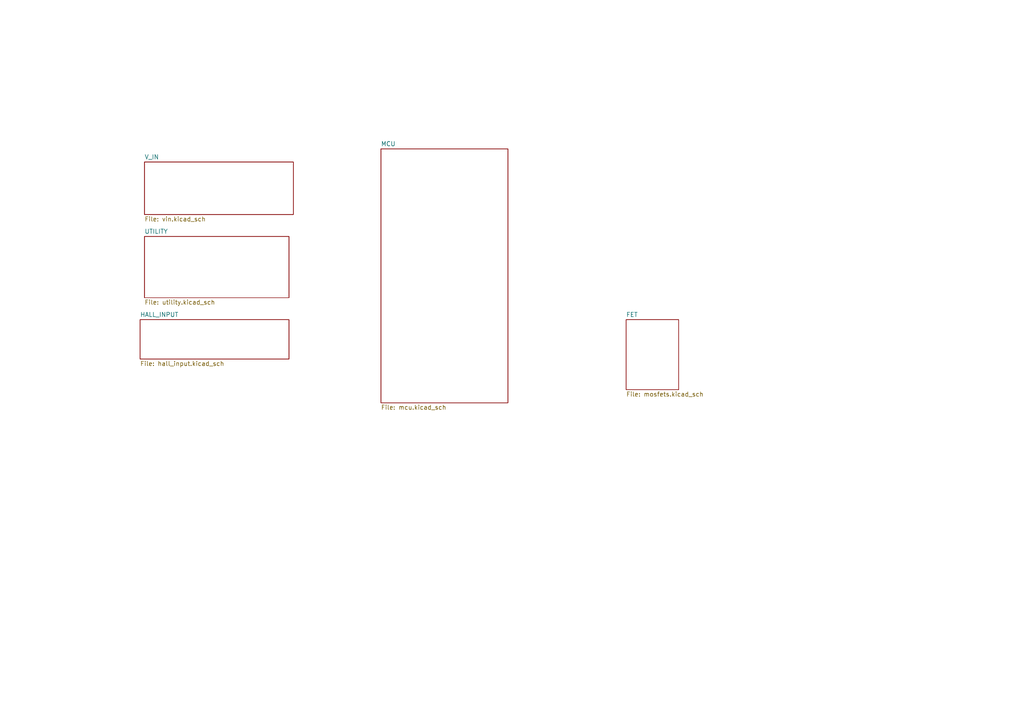
<source format=kicad_sch>
(kicad_sch
	(version 20250114)
	(generator "eeschema")
	(generator_version "9.0")
	(uuid "63ef3b9c-05f1-4b00-812a-fede2372efc7")
	(paper "A4")
	(lib_symbols)
	(sheet
		(at 41.91 68.58)
		(size 41.91 17.78)
		(exclude_from_sim no)
		(in_bom yes)
		(on_board yes)
		(dnp no)
		(fields_autoplaced yes)
		(stroke
			(width 0.1524)
			(type solid)
		)
		(fill
			(color 0 0 0 0.0000)
		)
		(uuid "47456917-9d2b-40cb-8a9e-ce53d71da470")
		(property "Sheetname" "UTILITY"
			(at 41.91 67.8684 0)
			(effects
				(font
					(size 1.27 1.27)
				)
				(justify left bottom)
			)
		)
		(property "Sheetfile" "utility.kicad_sch"
			(at 41.91 86.9446 0)
			(effects
				(font
					(size 1.27 1.27)
				)
				(justify left top)
			)
		)
		(property "Field2" ""
			(at 41.91 68.58 0)
			(effects
				(font
					(size 1.27 1.27)
				)
			)
		)
		(instances
			(project "Motor_Driver_Shell_Eco"
				(path "/63ef3b9c-05f1-4b00-812a-fede2372efc7"
					(page "6")
				)
			)
		)
	)
	(sheet
		(at 41.91 46.99)
		(size 43.18 15.24)
		(exclude_from_sim no)
		(in_bom yes)
		(on_board yes)
		(dnp no)
		(fields_autoplaced yes)
		(stroke
			(width 0.1524)
			(type solid)
		)
		(fill
			(color 0 0 0 0.0000)
		)
		(uuid "50738c10-df11-4c1b-b08b-4685e06e61bf")
		(property "Sheetname" "V_IN"
			(at 41.91 46.2784 0)
			(effects
				(font
					(size 1.27 1.27)
				)
				(justify left bottom)
			)
		)
		(property "Sheetfile" "vin.kicad_sch"
			(at 41.91 62.8146 0)
			(effects
				(font
					(size 1.27 1.27)
				)
				(justify left top)
			)
		)
		(property "Field2" ""
			(at 41.91 46.99 0)
			(effects
				(font
					(size 1.27 1.27)
				)
			)
		)
		(instances
			(project "Motor_Driver_Shell_Eco"
				(path "/63ef3b9c-05f1-4b00-812a-fede2372efc7"
					(page "4")
				)
			)
		)
	)
	(sheet
		(at 181.61 92.71)
		(size 15.24 20.32)
		(exclude_from_sim no)
		(in_bom yes)
		(on_board yes)
		(dnp no)
		(fields_autoplaced yes)
		(stroke
			(width 0.1524)
			(type solid)
		)
		(fill
			(color 0 0 0 0.0000)
		)
		(uuid "7c8dbef5-e40c-461c-862c-3f756f947d60")
		(property "Sheetname" "FET"
			(at 181.61 91.9984 0)
			(effects
				(font
					(size 1.27 1.27)
				)
				(justify left bottom)
			)
		)
		(property "Sheetfile" "mosfets.kicad_sch"
			(at 181.61 113.6146 0)
			(effects
				(font
					(size 1.27 1.27)
				)
				(justify left top)
			)
		)
		(instances
			(project "Motor_Driver_Shell_Eco"
				(path "/63ef3b9c-05f1-4b00-812a-fede2372efc7"
					(page "3")
				)
			)
		)
	)
	(sheet
		(at 40.64 92.71)
		(size 43.18 11.43)
		(exclude_from_sim no)
		(in_bom yes)
		(on_board yes)
		(dnp no)
		(fields_autoplaced yes)
		(stroke
			(width 0.1524)
			(type solid)
		)
		(fill
			(color 0 0 0 0.0000)
		)
		(uuid "a2c879b2-b56b-45e0-81e5-a32d229bc86e")
		(property "Sheetname" "HALL_INPUT"
			(at 40.64 91.9984 0)
			(effects
				(font
					(size 1.27 1.27)
				)
				(justify left bottom)
			)
		)
		(property "Sheetfile" "hall_input.kicad_sch"
			(at 40.64 104.7246 0)
			(effects
				(font
					(size 1.27 1.27)
				)
				(justify left top)
			)
		)
		(instances
			(project "Motor_Driver_Shell_Eco"
				(path "/63ef3b9c-05f1-4b00-812a-fede2372efc7"
					(page "5")
				)
			)
		)
	)
	(sheet
		(at 110.49 43.18)
		(size 36.83 73.66)
		(exclude_from_sim no)
		(in_bom yes)
		(on_board yes)
		(dnp no)
		(fields_autoplaced yes)
		(stroke
			(width 0.1524)
			(type solid)
		)
		(fill
			(color 0 0 0 0.0000)
		)
		(uuid "af3e23d8-6134-404f-864a-8d023ef5971b")
		(property "Sheetname" "MCU"
			(at 110.49 42.4684 0)
			(effects
				(font
					(size 1.27 1.27)
				)
				(justify left bottom)
			)
		)
		(property "Sheetfile" "mcu.kicad_sch"
			(at 110.49 117.4246 0)
			(effects
				(font
					(size 1.27 1.27)
				)
				(justify left top)
			)
		)
		(instances
			(project "Motor_Driver_Shell_Eco"
				(path "/63ef3b9c-05f1-4b00-812a-fede2372efc7"
					(page "2")
				)
			)
		)
	)
	(sheet_instances
		(path "/"
			(page "1")
		)
	)
	(embedded_fonts no)
)

</source>
